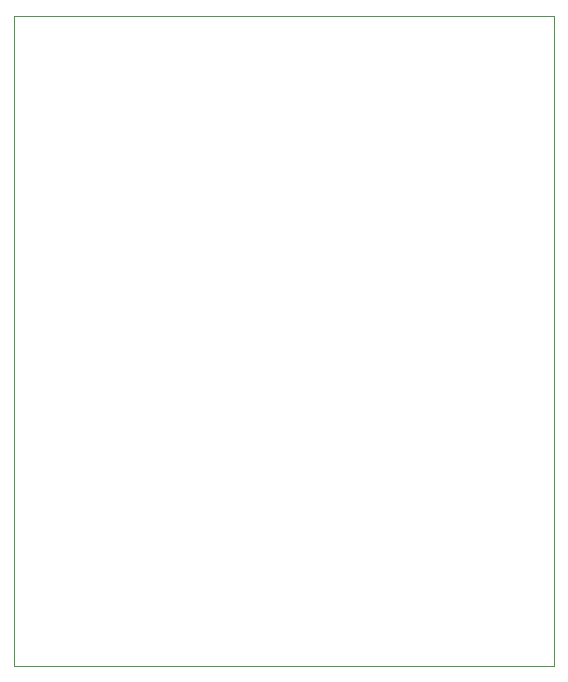
<source format=gbr>
G04*
G04 #@! TF.GenerationSoftware,Altium Limited,Altium Designer,25.4.2 (15)*
G04*
G04 Layer_Color=0*
%FSLAX44Y44*%
%MOMM*%
G71*
G04*
G04 #@! TF.SameCoordinates,0D125D48-EFC7-4563-9314-FCFFD8E44349*
G04*
G04*
G04 #@! TF.FilePolarity,Positive*
G04*
G01*
G75*
%ADD52C,0.0254*%
D52*
X0Y0D02*
Y550000D01*
X457520D01*
Y0D01*
X0D01*
M02*

</source>
